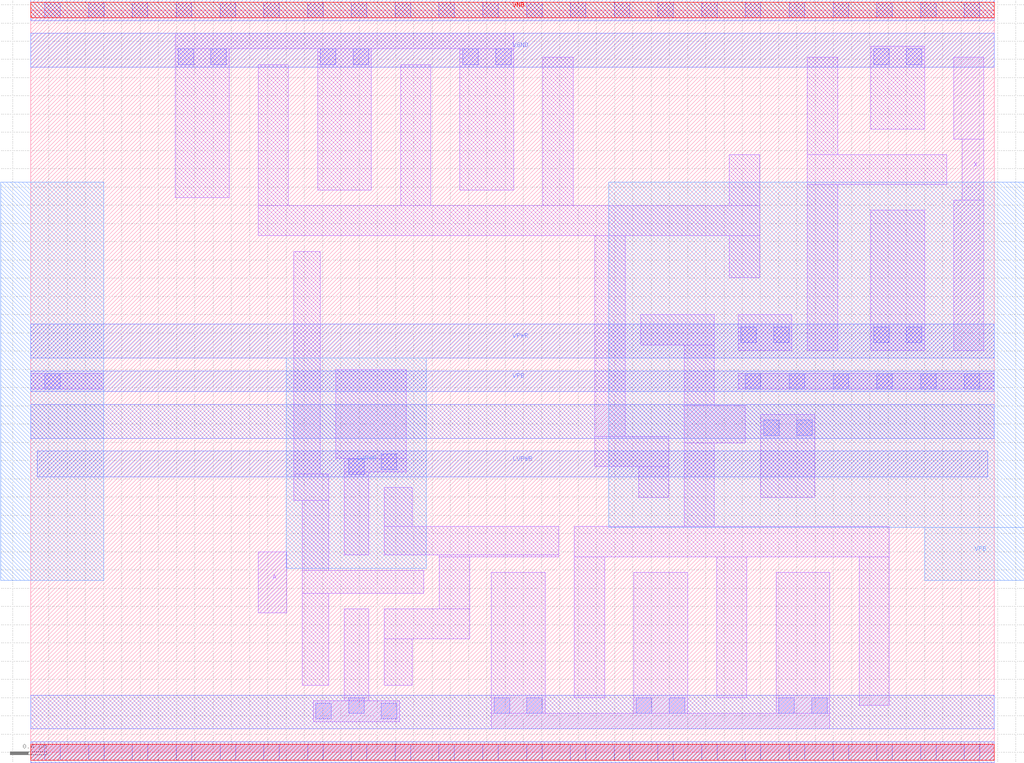
<source format=lef>
# Copyright 2020 The SkyWater PDK Authors
#
# Licensed under the Apache License, Version 2.0 (the "License");
# you may not use this file except in compliance with the License.
# You may obtain a copy of the License at
#
#     https://www.apache.org/licenses/LICENSE-2.0
#
# Unless required by applicable law or agreed to in writing, software
# distributed under the License is distributed on an "AS IS" BASIS,
# WITHOUT WARRANTIES OR CONDITIONS OF ANY KIND, either express or implied.
# See the License for the specific language governing permissions and
# limitations under the License.
#
# SPDX-License-Identifier: Apache-2.0

VERSION 5.7 ;
  NOWIREEXTENSIONATPIN ON ;
  DIVIDERCHAR "/" ;
  BUSBITCHARS "[]" ;
MACRO sky130_fd_sc_hvl__lsbuflv2hv_1
  CLASS CORE ;
  FOREIGN sky130_fd_sc_hvl__lsbuflv2hv_1 ;
  ORIGIN  0.000000  0.000000 ;
  SIZE  10.56000 BY  8.140000 ;
  SYMMETRY X Y R90 ;
  SITE unithv ;
  PIN A
    ANTENNAGATEAREA  0.252000 ;
    DIRECTION INPUT ;
    USE SIGNAL ;
    PORT
      LAYER li1 ;
        RECT 2.495000 1.530000 2.805000 2.200000 ;
    END
  END A
  PIN X
    ANTENNADIFFAREA  0.596250 ;
    DIRECTION OUTPUT ;
    USE SIGNAL ;
    PORT
      LAYER li1 ;
        RECT 10.120000 4.405000 10.450000 6.055000 ;
        RECT 10.120000 6.725000 10.450000 7.625000 ;
        RECT 10.210000 6.055000 10.450000 6.725000 ;
    END
  END X
  PIN LVPWR
    DIRECTION INOUT ;
    USE POWER ;
    PORT
      LAYER met1 ;
        RECT 0.070000 3.020000 10.490000 3.305000 ;
      LAYER nwell ;
        RECT 2.800000 2.015000 4.335000 4.325000 ;
    END
  END LVPWR
  PIN VGND
    DIRECTION INOUT ;
    USE GROUND ;
    PORT
      LAYER met1 ;
        RECT 0.000000 7.515000 10.560000 7.885000 ;
    END
  END VGND
  PIN VNB
    DIRECTION INOUT ;
    USE GROUND ;
    PORT
      LAYER met1 ;
        RECT 0.000000 8.025000 10.560000 8.255000 ;
      LAYER pwell ;
        RECT 0.000000 8.055000 10.560000 8.225000 ;
    END
  END VNB
  PIN VPB
    DIRECTION INOUT ;
    USE POWER ;
    PORT
      LAYER met1 ;
        RECT 0.000000 3.955000 10.560000 4.185000 ;
      LAYER nwell ;
        RECT -0.330000 1.885000  0.800000 6.255000 ;
        RECT  6.335000 2.465000 10.890000 6.255000 ;
        RECT  9.800000 1.885000 10.890000 2.465000 ;
    END
  END VPB
  PIN VPWR
    DIRECTION INOUT ;
    USE POWER ;
    PORT
      LAYER met1 ;
        RECT 0.000000 4.325000 10.560000 4.695000 ;
    END
  END VPWR
  OBS
    LAYER li1 ;
      RECT 0.000000 -0.085000 10.560000 0.085000 ;
      RECT 0.000000  3.985000  0.800000 4.155000 ;
      RECT 0.000000  8.055000 10.560000 8.225000 ;
      RECT 1.585000  6.085000  2.175000 7.715000 ;
      RECT 1.585000  7.715000  5.295000 7.885000 ;
      RECT 2.495000  5.665000  7.990000 5.995000 ;
      RECT 2.495000  5.995000  2.825000 7.545000 ;
      RECT 2.885000  2.765000  3.265000 3.055000 ;
      RECT 2.885000  3.055000  3.175000 5.495000 ;
      RECT 2.975000  0.735000  3.265000 1.745000 ;
      RECT 2.975000  1.745000  4.310000 1.995000 ;
      RECT 2.975000  1.995000  3.265000 2.765000 ;
      RECT 3.095000  0.335000  4.045000 0.565000 ;
      RECT 3.145000  6.165000  3.735000 7.715000 ;
      RECT 3.345000  3.225000  4.115000 4.200000 ;
      RECT 3.435000  0.565000  3.705000 1.575000 ;
      RECT 3.435000  2.165000  3.705000 3.075000 ;
      RECT 3.435000  3.075000  4.115000 3.225000 ;
      RECT 3.875000  0.735000  4.185000 1.245000 ;
      RECT 3.875000  1.245000  4.810000 1.575000 ;
      RECT 3.875000  2.165000  5.790000 2.475000 ;
      RECT 3.875000  2.475000  4.185000 2.905000 ;
      RECT 4.055000  5.995000  4.385000 7.545000 ;
      RECT 4.480000  1.575000  4.810000 2.145000 ;
      RECT 4.480000  2.145000  5.790000 2.165000 ;
      RECT 4.705000  6.165000  5.295000 7.715000 ;
      RECT 5.050000  0.255000  8.760000 0.425000 ;
      RECT 5.050000  0.425000  5.640000 1.975000 ;
      RECT 5.615000  5.995000  5.945000 7.625000 ;
      RECT 5.960000  0.595000  6.290000 2.145000 ;
      RECT 5.960000  2.145000  9.410000 2.475000 ;
      RECT 6.185000  3.135000  6.995000 3.465000 ;
      RECT 6.185000  3.465000  6.515000 5.665000 ;
      RECT 6.610000  0.425000  7.200000 1.975000 ;
      RECT 6.665000  2.795000  6.995000 3.135000 ;
      RECT 6.685000  4.470000  7.495000 4.800000 ;
      RECT 7.165000  2.475000  7.495000 3.395000 ;
      RECT 7.165000  3.395000  7.835000 3.805000 ;
      RECT 7.165000  3.805000  7.495000 4.470000 ;
      RECT 7.520000  0.595000  7.850000 2.145000 ;
      RECT 7.660000  5.205000  7.990000 5.665000 ;
      RECT 7.660000  5.995000  7.990000 6.555000 ;
      RECT 7.755000  3.985000 10.560000 4.155000 ;
      RECT 7.755000  4.405000  8.345000 4.800000 ;
      RECT 8.005000  2.795000  8.595000 3.705000 ;
      RECT 8.170000  0.425000  8.760000 1.975000 ;
      RECT 8.515000  4.405000  8.845000 6.225000 ;
      RECT 8.515000  6.225000 10.040000 6.555000 ;
      RECT 8.515000  6.555000  8.845000 7.625000 ;
      RECT 9.080000  0.515000  9.410000 2.145000 ;
      RECT 9.210000  4.405000  9.800000 5.945000 ;
      RECT 9.210000  6.835000  9.800000 7.745000 ;
    LAYER mcon ;
      RECT  0.155000 -0.085000  0.325000 0.085000 ;
      RECT  0.155000  3.985000  0.325000 4.155000 ;
      RECT  0.155000  8.055000  0.325000 8.225000 ;
      RECT  0.635000 -0.085000  0.805000 0.085000 ;
      RECT  0.635000  8.055000  0.805000 8.225000 ;
      RECT  1.115000 -0.085000  1.285000 0.085000 ;
      RECT  1.115000  8.055000  1.285000 8.225000 ;
      RECT  1.595000 -0.085000  1.765000 0.085000 ;
      RECT  1.595000  8.055000  1.765000 8.225000 ;
      RECT  1.615000  7.545000  1.785000 7.715000 ;
      RECT  1.975000  7.545000  2.145000 7.715000 ;
      RECT  2.075000 -0.085000  2.245000 0.085000 ;
      RECT  2.075000  8.055000  2.245000 8.225000 ;
      RECT  2.555000 -0.085000  2.725000 0.085000 ;
      RECT  2.555000  8.055000  2.725000 8.225000 ;
      RECT  3.035000 -0.085000  3.205000 0.085000 ;
      RECT  3.035000  8.055000  3.205000 8.225000 ;
      RECT  3.125000  0.365000  3.295000 0.535000 ;
      RECT  3.175000  7.545000  3.345000 7.715000 ;
      RECT  3.485000  0.425000  3.655000 0.595000 ;
      RECT  3.485000  3.050000  3.655000 3.220000 ;
      RECT  3.515000 -0.085000  3.685000 0.085000 ;
      RECT  3.515000  8.055000  3.685000 8.225000 ;
      RECT  3.535000  7.545000  3.705000 7.715000 ;
      RECT  3.845000  0.365000  4.015000 0.535000 ;
      RECT  3.845000  3.105000  4.015000 3.275000 ;
      RECT  3.995000 -0.085000  4.165000 0.085000 ;
      RECT  3.995000  8.055000  4.165000 8.225000 ;
      RECT  4.475000 -0.085000  4.645000 0.085000 ;
      RECT  4.475000  8.055000  4.645000 8.225000 ;
      RECT  4.735000  7.545000  4.905000 7.715000 ;
      RECT  4.955000 -0.085000  5.125000 0.085000 ;
      RECT  4.955000  8.055000  5.125000 8.225000 ;
      RECT  5.080000  0.425000  5.250000 0.595000 ;
      RECT  5.095000  7.545000  5.265000 7.715000 ;
      RECT  5.435000 -0.085000  5.605000 0.085000 ;
      RECT  5.435000  8.055000  5.605000 8.225000 ;
      RECT  5.440000  0.425000  5.610000 0.595000 ;
      RECT  5.915000 -0.085000  6.085000 0.085000 ;
      RECT  5.915000  8.055000  6.085000 8.225000 ;
      RECT  6.395000 -0.085000  6.565000 0.085000 ;
      RECT  6.395000  8.055000  6.565000 8.225000 ;
      RECT  6.640000  0.425000  6.810000 0.595000 ;
      RECT  6.875000 -0.085000  7.045000 0.085000 ;
      RECT  6.875000  8.055000  7.045000 8.225000 ;
      RECT  7.000000  0.425000  7.170000 0.595000 ;
      RECT  7.355000 -0.085000  7.525000 0.085000 ;
      RECT  7.355000  8.055000  7.525000 8.225000 ;
      RECT  7.785000  4.495000  7.955000 4.665000 ;
      RECT  7.835000 -0.085000  8.005000 0.085000 ;
      RECT  7.835000  3.985000  8.005000 4.155000 ;
      RECT  7.835000  8.055000  8.005000 8.225000 ;
      RECT  8.035000  3.475000  8.205000 3.645000 ;
      RECT  8.145000  4.495000  8.315000 4.665000 ;
      RECT  8.200000  0.425000  8.370000 0.595000 ;
      RECT  8.315000 -0.085000  8.485000 0.085000 ;
      RECT  8.315000  3.985000  8.485000 4.155000 ;
      RECT  8.315000  8.055000  8.485000 8.225000 ;
      RECT  8.395000  3.475000  8.565000 3.645000 ;
      RECT  8.560000  0.425000  8.730000 0.595000 ;
      RECT  8.795000 -0.085000  8.965000 0.085000 ;
      RECT  8.795000  3.985000  8.965000 4.155000 ;
      RECT  8.795000  8.055000  8.965000 8.225000 ;
      RECT  9.240000  4.495000  9.410000 4.665000 ;
      RECT  9.240000  7.545000  9.410000 7.715000 ;
      RECT  9.275000 -0.085000  9.445000 0.085000 ;
      RECT  9.275000  3.985000  9.445000 4.155000 ;
      RECT  9.275000  8.055000  9.445000 8.225000 ;
      RECT  9.600000  4.495000  9.770000 4.665000 ;
      RECT  9.600000  7.545000  9.770000 7.715000 ;
      RECT  9.755000 -0.085000  9.925000 0.085000 ;
      RECT  9.755000  3.985000  9.925000 4.155000 ;
      RECT  9.755000  8.055000  9.925000 8.225000 ;
      RECT 10.235000 -0.085000 10.405000 0.085000 ;
      RECT 10.235000  3.985000 10.405000 4.155000 ;
      RECT 10.235000  8.055000 10.405000 8.225000 ;
    LAYER met1 ;
      RECT 0.000000 -0.115000 10.560000 0.115000 ;
      RECT 0.000000  0.255000 10.560000 0.625000 ;
      RECT 0.000000  3.445000 10.560000 3.815000 ;
    LAYER pwell ;
      RECT 0.000000 -0.085000 10.560000 0.085000 ;
  END
END sky130_fd_sc_hvl__lsbuflv2hv_1
END LIBRARY

</source>
